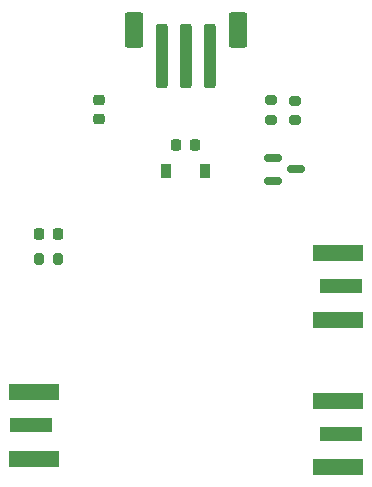
<source format=gbr>
%TF.GenerationSoftware,KiCad,Pcbnew,(6.0.1)*%
%TF.CreationDate,2022-02-11T18:33:40+00:00*%
%TF.ProjectId,Relay_RF_G2RL,52656c61-795f-4524-965f-4732524c2e6b,rev?*%
%TF.SameCoordinates,Original*%
%TF.FileFunction,Paste,Top*%
%TF.FilePolarity,Positive*%
%FSLAX46Y46*%
G04 Gerber Fmt 4.6, Leading zero omitted, Abs format (unit mm)*
G04 Created by KiCad (PCBNEW (6.0.1)) date 2022-02-11 18:33:40*
%MOMM*%
%LPD*%
G01*
G04 APERTURE LIST*
G04 Aperture macros list*
%AMRoundRect*
0 Rectangle with rounded corners*
0 $1 Rounding radius*
0 $2 $3 $4 $5 $6 $7 $8 $9 X,Y pos of 4 corners*
0 Add a 4 corners polygon primitive as box body*
4,1,4,$2,$3,$4,$5,$6,$7,$8,$9,$2,$3,0*
0 Add four circle primitives for the rounded corners*
1,1,$1+$1,$2,$3*
1,1,$1+$1,$4,$5*
1,1,$1+$1,$6,$7*
1,1,$1+$1,$8,$9*
0 Add four rect primitives between the rounded corners*
20,1,$1+$1,$2,$3,$4,$5,0*
20,1,$1+$1,$4,$5,$6,$7,0*
20,1,$1+$1,$6,$7,$8,$9,0*
20,1,$1+$1,$8,$9,$2,$3,0*%
G04 Aperture macros list end*
%ADD10R,3.600000X1.270000*%
%ADD11R,4.200000X1.350000*%
%ADD12RoundRect,0.200000X0.200000X0.275000X-0.200000X0.275000X-0.200000X-0.275000X0.200000X-0.275000X0*%
%ADD13RoundRect,0.200000X0.275000X-0.200000X0.275000X0.200000X-0.275000X0.200000X-0.275000X-0.200000X0*%
%ADD14RoundRect,0.225000X0.225000X0.250000X-0.225000X0.250000X-0.225000X-0.250000X0.225000X-0.250000X0*%
%ADD15RoundRect,0.200000X-0.275000X0.200000X-0.275000X-0.200000X0.275000X-0.200000X0.275000X0.200000X0*%
%ADD16RoundRect,0.225000X0.250000X-0.225000X0.250000X0.225000X-0.250000X0.225000X-0.250000X-0.225000X0*%
%ADD17RoundRect,0.250000X-0.250000X-2.500000X0.250000X-2.500000X0.250000X2.500000X-0.250000X2.500000X0*%
%ADD18RoundRect,0.250000X-0.550000X-1.250000X0.550000X-1.250000X0.550000X1.250000X-0.550000X1.250000X0*%
%ADD19RoundRect,0.218750X-0.218750X-0.256250X0.218750X-0.256250X0.218750X0.256250X-0.218750X0.256250X0*%
%ADD20RoundRect,0.150000X-0.587500X-0.150000X0.587500X-0.150000X0.587500X0.150000X-0.587500X0.150000X0*%
%ADD21R,0.900000X1.200000*%
G04 APERTURE END LIST*
D10*
%TO.C,J2*%
X101900000Y-136750000D03*
D11*
X102100000Y-139575000D03*
X102100000Y-133925000D03*
%TD*%
D12*
%TO.C,R2*%
X104200000Y-122700000D03*
X102550000Y-122700000D03*
%TD*%
D13*
%TO.C,R1*%
X122200000Y-110875000D03*
X122200000Y-109225000D03*
%TD*%
D14*
%TO.C,C2*%
X115725000Y-113000000D03*
X114175000Y-113000000D03*
%TD*%
D15*
%TO.C,R3*%
X124250000Y-109275000D03*
X124250000Y-110925000D03*
%TD*%
D16*
%TO.C,C1*%
X107650000Y-110800000D03*
X107650000Y-109250000D03*
%TD*%
D17*
%TO.C,J1*%
X113000000Y-105500000D03*
X115000000Y-105500000D03*
X117000000Y-105500000D03*
D18*
X119400000Y-103250000D03*
X110600000Y-103250000D03*
%TD*%
D10*
%TO.C,J4*%
X128100000Y-137500000D03*
D11*
X127900000Y-134675000D03*
X127900000Y-140325000D03*
%TD*%
D19*
%TO.C,D2*%
X102550000Y-120600000D03*
X104125000Y-120600000D03*
%TD*%
D20*
%TO.C,Q1*%
X122400000Y-114150000D03*
X122400000Y-116050000D03*
X124275000Y-115100000D03*
%TD*%
D10*
%TO.C,J3*%
X128100000Y-125000000D03*
D11*
X127900000Y-122175000D03*
X127900000Y-127825000D03*
%TD*%
D21*
%TO.C,D1*%
X113300000Y-115250000D03*
X116600000Y-115250000D03*
%TD*%
M02*

</source>
